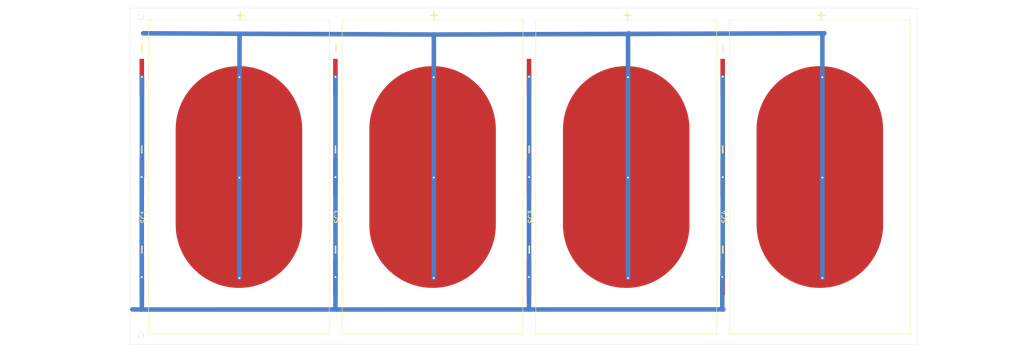
<source format=kicad_pcb>
(kicad_pcb (version 20171130) (host pcbnew "(5.1.5)-3")

  (general
    (thickness 1.6)
    (drawings 8)
    (tracks 73)
    (zones 0)
    (modules 6)
    (nets 3)
  )

  (page A4)
  (layers
    (0 F.Cu signal)
    (31 B.Cu signal)
    (32 B.Adhes user)
    (33 F.Adhes user)
    (34 B.Paste user)
    (35 F.Paste user)
    (36 B.SilkS user)
    (37 F.SilkS user)
    (38 B.Mask user)
    (39 F.Mask user)
    (40 Dwgs.User user)
    (41 Cmts.User user)
    (42 Eco1.User user)
    (43 Eco2.User user)
    (44 Edge.Cuts user)
    (45 Margin user)
    (46 B.CrtYd user)
    (47 F.CrtYd user hide)
    (48 B.Fab user)
    (49 F.Fab user)
  )

  (setup
    (last_trace_width 0.25)
    (user_trace_width 1)
    (trace_clearance 0.2)
    (zone_clearance 0.508)
    (zone_45_only no)
    (trace_min 0.2)
    (via_size 0.8)
    (via_drill 0.4)
    (via_min_size 0.4)
    (via_min_drill 0.3)
    (uvia_size 0.3)
    (uvia_drill 0.1)
    (uvias_allowed no)
    (uvia_min_size 0.2)
    (uvia_min_drill 0.1)
    (edge_width 0.05)
    (segment_width 0.2)
    (pcb_text_width 0.3)
    (pcb_text_size 1.5 1.5)
    (mod_edge_width 0.12)
    (mod_text_size 1 1)
    (mod_text_width 0.15)
    (pad_size 1.2 1.2)
    (pad_drill 1.2)
    (pad_to_mask_clearance 0.051)
    (solder_mask_min_width 0.25)
    (aux_axis_origin 0 0)
    (visible_elements 7FFFFFFF)
    (pcbplotparams
      (layerselection 0x010fc_ffffffff)
      (usegerberextensions false)
      (usegerberattributes false)
      (usegerberadvancedattributes false)
      (creategerberjobfile false)
      (excludeedgelayer true)
      (linewidth 0.100000)
      (plotframeref false)
      (viasonmask false)
      (mode 1)
      (useauxorigin false)
      (hpglpennumber 1)
      (hpglpenspeed 20)
      (hpglpendiameter 15.000000)
      (psnegative false)
      (psa4output false)
      (plotreference true)
      (plotvalue true)
      (plotinvisibletext false)
      (padsonsilk false)
      (subtractmaskfromsilk false)
      (outputformat 1)
      (mirror false)
      (drillshape 1)
      (scaleselection 1)
      (outputdirectory ""))
  )

  (net 0 "")
  (net 1 +)
  (net 2 -)

  (net_class Default "This is the default net class."
    (clearance 0.2)
    (trace_width 0.25)
    (via_dia 0.8)
    (via_drill 0.4)
    (uvia_dia 0.3)
    (uvia_drill 0.1)
    (add_net +)
    (add_net -)
  )

  (module Solar-Wing:ThroughHole_1.2mm (layer F.Cu) (tedit 5EC973A5) (tstamp 5EC9CB4B)
    (at 65.5 125)
    (fp_text reference REF** (at 0.54 4.54) (layer F.SilkS) hide
      (effects (font (size 1 1) (thickness 0.15)))
    )
    (fp_text value ThroughHole_1.2mm (at -0.1778 3.27) (layer F.Fab)
      (effects (font (size 1 1) (thickness 0.15)))
    )
    (fp_circle (center 0 0) (end 1.1176 0) (layer F.CrtYd) (width 0.12))
    (pad "" thru_hole circle (at 0 0) (size 1.2 1.2) (drill 1.2) (layers *.Cu *.Mask))
  )

  (module Solar-Wing:ThroughHole_1.2mm (layer F.Cu) (tedit 5EC973A5) (tstamp 5EC9CAA0)
    (at 65.5 55)
    (fp_text reference REF** (at -0.095 -4.2) (layer F.SilkS) hide
      (effects (font (size 1 1) (thickness 0.15)))
    )
    (fp_text value ThroughHole_1.2mm (at 0 -2.93) (layer F.Fab)
      (effects (font (size 1 1) (thickness 0.15)))
    )
    (fp_circle (center 0 0) (end 1.1176 0) (layer F.CrtYd) (width 0.12))
    (pad "" thru_hole circle (at 0 0) (size 1.2 1.2) (drill 1.2) (layers *.Cu *.Mask))
  )

  (module "Solar-Wing:XTJ Prime" (layer F.Cu) (tedit 5ED3EF02) (tstamp 5ECB1D8F)
    (at 86.995 90.17 90)
    (path /5EBED8BF)
    (fp_text reference SC1 (at -8.763 -20.9804 90) (layer F.SilkS)
      (effects (font (size 1 1) (thickness 0.15)))
    )
    (fp_text value Solar_Cell (at 0.3302 24.4094 90) (layer F.Fab)
      (effects (font (size 1 1) (thickness 0.15)))
    )
    (fp_line (start -34.5694 -19.8628) (end 34.5694 -19.8628) (layer F.SilkS) (width 0.12))
    (fp_line (start -34.5694 19.8628) (end -34.5694 -19.8628) (layer F.SilkS) (width 0.12))
    (fp_line (start 34.5694 19.8628) (end -34.5694 19.8628) (layer F.SilkS) (width 0.12))
    (fp_line (start 34.5694 -19.8628) (end 34.5694 19.8628) (layer F.SilkS) (width 0.12))
    (fp_text user + (at 35.5854 0.127 90) (layer F.SilkS)
      (effects (font (size 2 2) (thickness 0.3)))
    )
    (fp_text user - (at 28.3464 -21.3868 90) (layer F.SilkS)
      (effects (font (size 2 2) (thickness 0.3)))
    )
    (fp_text user - (at 6.0706 -21.4884 90) (layer F.SilkS)
      (effects (font (size 2 2) (thickness 0.3)))
    )
    (fp_text user - (at -15.9766 -21.463 90) (layer F.SilkS)
      (effects (font (size 2 2) (thickness 0.3)))
    )
    (fp_line (start -22.0218 -20.8534) (end -22.0218 -19.8628) (layer F.Fab) (width 0.3))
    (fp_line (start 0 -20.8534) (end 0 -19.8628) (layer F.Fab) (width 0.3))
    (fp_line (start 22.0218 -20.8534) (end 22.0218 -19.8628) (layer F.Fab) (width 0.3))
    (fp_line (start -34.8488 20.0406) (end 34.9758 20.0406) (layer F.CrtYd) (width 0.12))
    (fp_line (start -34.8488 -22.1046) (end -34.8488 20.0406) (layer F.CrtYd) (width 0.12))
    (fp_line (start 34.9758 -22.1046) (end 34.9758 20.0406) (layer F.CrtYd) (width 0.12))
    (fp_line (start -34.8488 -22.1046) (end 34.9758 -22.1046) (layer F.CrtYd) (width 0.12))
    (pad 2 smd rect (at -22 -21.35 90) (size 8 1) (layers F.Cu F.Paste F.Mask)
      (net 2 -))
    (pad 2 smd rect (at 22 -21.35 90) (size 8 1) (layers F.Cu F.Paste F.Mask)
      (net 2 -))
    (pad 2 smd rect (at 0 -21.35 90) (size 8 1) (layers F.Cu F.Paste F.Mask)
      (net 2 -))
    (pad 1 smd oval (at 0 0 90) (size 48.8 27.8) (layers F.Cu F.Paste F.Mask)
      (net 1 +))
  )

  (module "Solar-Wing:XTJ Prime" (layer F.Cu) (tedit 5ED3EF02) (tstamp 5ECB1DA2)
    (at 129.54 90.17 90)
    (path /5EBEE3D1)
    (fp_text reference SC2 (at -8.763 -20.9804 90) (layer F.SilkS)
      (effects (font (size 1 1) (thickness 0.15)))
    )
    (fp_text value Solar_Cell (at 0.3302 24.4094 90) (layer F.Fab)
      (effects (font (size 1 1) (thickness 0.15)))
    )
    (fp_line (start -34.5694 -19.8628) (end 34.5694 -19.8628) (layer F.SilkS) (width 0.12))
    (fp_line (start -34.5694 19.8628) (end -34.5694 -19.8628) (layer F.SilkS) (width 0.12))
    (fp_line (start 34.5694 19.8628) (end -34.5694 19.8628) (layer F.SilkS) (width 0.12))
    (fp_line (start 34.5694 -19.8628) (end 34.5694 19.8628) (layer F.SilkS) (width 0.12))
    (fp_text user + (at 35.5854 0.127 90) (layer F.SilkS)
      (effects (font (size 2 2) (thickness 0.3)))
    )
    (fp_text user - (at 28.3464 -21.3868 90) (layer F.SilkS)
      (effects (font (size 2 2) (thickness 0.3)))
    )
    (fp_text user - (at 6.0706 -21.4884 90) (layer F.SilkS)
      (effects (font (size 2 2) (thickness 0.3)))
    )
    (fp_text user - (at -15.9766 -21.463 90) (layer F.SilkS)
      (effects (font (size 2 2) (thickness 0.3)))
    )
    (fp_line (start -22.0218 -20.8534) (end -22.0218 -19.8628) (layer F.Fab) (width 0.3))
    (fp_line (start 0 -20.8534) (end 0 -19.8628) (layer F.Fab) (width 0.3))
    (fp_line (start 22.0218 -20.8534) (end 22.0218 -19.8628) (layer F.Fab) (width 0.3))
    (fp_line (start -34.8488 20.0406) (end 34.9758 20.0406) (layer F.CrtYd) (width 0.12))
    (fp_line (start -34.8488 -22.1046) (end -34.8488 20.0406) (layer F.CrtYd) (width 0.12))
    (fp_line (start 34.9758 -22.1046) (end 34.9758 20.0406) (layer F.CrtYd) (width 0.12))
    (fp_line (start -34.8488 -22.1046) (end 34.9758 -22.1046) (layer F.CrtYd) (width 0.12))
    (pad 2 smd rect (at -22 -21.35 90) (size 8 1) (layers F.Cu F.Paste F.Mask)
      (net 2 -))
    (pad 2 smd rect (at 22 -21.35 90) (size 8 1) (layers F.Cu F.Paste F.Mask)
      (net 2 -))
    (pad 2 smd rect (at 0 -21.35 90) (size 8 1) (layers F.Cu F.Paste F.Mask)
      (net 2 -))
    (pad 1 smd oval (at 0 0 90) (size 48.8 27.8) (layers F.Cu F.Paste F.Mask)
      (net 1 +))
  )

  (module "Solar-Wing:XTJ Prime" (layer F.Cu) (tedit 5ED3EF02) (tstamp 5ECB1DB5)
    (at 172.085 90.17 90)
    (path /5EBEEA01)
    (fp_text reference SC3 (at -8.763 -20.9804 90) (layer F.SilkS)
      (effects (font (size 1 1) (thickness 0.15)))
    )
    (fp_text value Solar_Cell (at 0.3302 24.4094 90) (layer F.Fab)
      (effects (font (size 1 1) (thickness 0.15)))
    )
    (fp_line (start -34.5694 -19.8628) (end 34.5694 -19.8628) (layer F.SilkS) (width 0.12))
    (fp_line (start -34.5694 19.8628) (end -34.5694 -19.8628) (layer F.SilkS) (width 0.12))
    (fp_line (start 34.5694 19.8628) (end -34.5694 19.8628) (layer F.SilkS) (width 0.12))
    (fp_line (start 34.5694 -19.8628) (end 34.5694 19.8628) (layer F.SilkS) (width 0.12))
    (fp_text user + (at 35.5854 0.127 90) (layer F.SilkS)
      (effects (font (size 2 2) (thickness 0.3)))
    )
    (fp_text user - (at -15.9766 -21.463 90) (layer F.SilkS)
      (effects (font (size 2 2) (thickness 0.3)))
    )
    (fp_text user - (at 6.0706 -21.4884 90) (layer F.SilkS)
      (effects (font (size 2 2) (thickness 0.3)))
    )
    (fp_text user - (at -15.9766 -21.463 90) (layer F.SilkS)
      (effects (font (size 2 2) (thickness 0.3)))
    )
    (fp_line (start -22.0218 -20.8534) (end -22.0218 -19.8628) (layer F.Fab) (width 0.3))
    (fp_line (start 0 -20.8534) (end 0 -19.8628) (layer F.Fab) (width 0.3))
    (fp_line (start 22.0218 -20.8534) (end 22.0218 -19.8628) (layer F.Fab) (width 0.3))
    (fp_line (start -34.8488 20.0406) (end 34.9758 20.0406) (layer F.CrtYd) (width 0.12))
    (fp_line (start -34.8488 -22.1046) (end -34.8488 20.0406) (layer F.CrtYd) (width 0.12))
    (fp_line (start 34.9758 -22.1046) (end 34.9758 20.0406) (layer F.CrtYd) (width 0.12))
    (fp_line (start -34.8488 -22.1046) (end 34.9758 -22.1046) (layer F.CrtYd) (width 0.12))
    (pad 2 smd rect (at -22 -21.35 90) (size 8 1) (layers F.Cu F.Paste F.Mask)
      (net 2 -))
    (pad 2 smd rect (at 22 -21.35 90) (size 8 1) (layers F.Cu F.Paste F.Mask)
      (net 2 -))
    (pad 2 smd rect (at 0 -21.35 90) (size 8 1) (layers F.Cu F.Paste F.Mask)
      (net 2 -))
    (pad 1 smd oval (at 0 0 90) (size 48.8 27.8) (layers F.Cu F.Paste F.Mask)
      (net 1 +))
  )

  (module "Solar-Wing:XTJ Prime" (layer F.Cu) (tedit 5ED3EF02) (tstamp 5ECB1DC8)
    (at 214.63 90.17 90)
    (path /5EC9788E)
    (fp_text reference SC4 (at -8.763 -20.9804 90) (layer F.SilkS)
      (effects (font (size 1 1) (thickness 0.15)))
    )
    (fp_text value Solar_Cell (at 0.3302 24.4094 90) (layer F.Fab)
      (effects (font (size 1 1) (thickness 0.15)))
    )
    (fp_line (start -34.5694 -19.8628) (end 34.5694 -19.8628) (layer F.SilkS) (width 0.12))
    (fp_line (start -34.5694 19.8628) (end -34.5694 -19.8628) (layer F.SilkS) (width 0.12))
    (fp_line (start 34.5694 19.8628) (end -34.5694 19.8628) (layer F.SilkS) (width 0.12))
    (fp_line (start 34.5694 -19.8628) (end 34.5694 19.8628) (layer F.SilkS) (width 0.12))
    (fp_text user + (at 35.5854 0.127 90) (layer F.SilkS)
      (effects (font (size 2 2) (thickness 0.3)))
    )
    (fp_text user - (at 28.3464 -21.3868 90) (layer F.SilkS)
      (effects (font (size 2 2) (thickness 0.3)))
    )
    (fp_text user - (at 6.0706 -21.4884 90) (layer F.SilkS)
      (effects (font (size 2 2) (thickness 0.3)))
    )
    (fp_text user - (at -15.9766 -21.463 90) (layer F.SilkS)
      (effects (font (size 2 2) (thickness 0.3)))
    )
    (fp_line (start -22.0218 -20.8534) (end -22.0218 -19.8628) (layer F.Fab) (width 0.3))
    (fp_line (start 0 -20.8534) (end 0 -19.8628) (layer F.Fab) (width 0.3))
    (fp_line (start 22.0218 -20.8534) (end 22.0218 -19.8628) (layer F.Fab) (width 0.3))
    (fp_line (start -34.8488 20.0406) (end 34.9758 20.0406) (layer F.CrtYd) (width 0.12))
    (fp_line (start -34.8488 -22.1046) (end -34.8488 20.0406) (layer F.CrtYd) (width 0.12))
    (fp_line (start 34.9758 -22.1046) (end 34.9758 20.0406) (layer F.CrtYd) (width 0.12))
    (fp_line (start -34.8488 -22.1046) (end 34.9758 -22.1046) (layer F.CrtYd) (width 0.12))
    (pad 2 smd rect (at -22 -21.35 90) (size 8 1) (layers F.Cu F.Paste F.Mask)
      (net 2 -))
    (pad 2 smd rect (at 22 -21.35 90) (size 8 1) (layers F.Cu F.Paste F.Mask)
      (net 2 -))
    (pad 2 smd rect (at 0 -21.35 90) (size 8 1) (layers F.Cu F.Paste F.Mask)
      (net 2 -))
    (pad 1 smd oval (at 0 0 90) (size 48.8 27.8) (layers F.Cu F.Paste F.Mask)
      (net 1 +))
  )

  (gr_text "Negative Trace" (at 50.927 119.0498) (layer Cmts.User) (tstamp 5ECB2957)
    (effects (font (size 2 2) (thickness 0.3)))
  )
  (gr_text "Positive Trace" (at 50.7746 58.801) (layer Cmts.User)
    (effects (font (size 2 2) (thickness 0.3)))
  )
  (gr_line (start 63 53) (end 236 53) (layer Edge.Cuts) (width 0.05) (tstamp 5EC9CA45))
  (gr_text Bottom (at 255.27 87.63 90) (layer Cmts.User) (tstamp 5EC96D8A)
    (effects (font (size 5 5) (thickness 0.75)))
  )
  (gr_text Top (at 38.735 87.63 90) (layer Cmts.User)
    (effects (font (size 5 5) (thickness 0.75)))
  )
  (gr_line (start 236 53) (end 236 127) (layer Edge.Cuts) (width 0.05) (tstamp 5EC96D27))
  (gr_line (start 63 53) (end 63 127) (layer Edge.Cuts) (width 0.05) (tstamp 5EC96D20))
  (gr_line (start 63 127) (end 236 127) (layer Edge.Cuts) (width 0.05))

  (via (at 215.1888 112.395) (size 0.8) (drill 0.4) (layers F.Cu B.Cu) (net 1))
  (via (at 215.1888 68.199) (size 0.8) (drill 0.4) (layers F.Cu B.Cu) (net 1))
  (via (at 172.4914 68.199) (size 0.8) (drill 0.4) (layers F.Cu B.Cu) (net 1))
  (via (at 172.4914 112.395) (size 0.8) (drill 0.4) (layers F.Cu B.Cu) (net 1))
  (via (at 87.0966 112.395) (size 0.8) (drill 0.4) (layers F.Cu B.Cu) (net 1))
  (via (at 87.0966 68.199) (size 0.8) (drill 0.4) (layers F.Cu B.Cu) (net 1))
  (via (at 87.0966 90.297) (size 0.8) (drill 0.4) (layers F.Cu B.Cu) (net 1))
  (via (at 215.1888 90.297) (size 0.8) (drill 0.4) (layers F.Cu B.Cu) (net 1))
  (via (at 172.4914 90.297) (size 0.8) (drill 0.4) (layers F.Cu B.Cu) (net 1))
  (via (at 129.794 112.395) (size 0.8) (drill 0.4) (layers F.Cu B.Cu) (net 1))
  (via (at 129.794 68.199) (size 0.8) (drill 0.4) (layers F.Cu B.Cu) (net 1))
  (via (at 129.794 90.297) (size 0.8) (drill 0.4) (layers F.Cu B.Cu) (net 1))
  (segment (start 87.0966 89.731315) (end 87.0966 68.199) (width 1) (layer B.Cu) (net 1))
  (segment (start 87.0966 89.731315) (end 87.0966 90.297) (width 0.25) (layer B.Cu) (net 1))
  (segment (start 87.0966 89.731315) (end 87.0966 112.395) (width 1) (layer B.Cu) (net 1))
  (segment (start 129.794 90.862685) (end 129.794 112.395) (width 1) (layer B.Cu) (net 1))
  (segment (start 129.794 90.297) (end 129.794 90.862685) (width 1) (layer B.Cu) (net 1))
  (segment (start 172.4914 68.199) (end 172.4914 90.297) (width 1) (layer B.Cu) (net 1))
  (segment (start 172.4914 90.862685) (end 172.4914 112.395) (width 1) (layer B.Cu) (net 1))
  (segment (start 172.4914 90.297) (end 172.4914 90.862685) (width 1) (layer B.Cu) (net 1))
  (segment (start 129.794 90.297) (end 129.794 68.199) (width 1) (layer B.Cu) (net 1))
  (segment (start 215.1888 112.395) (end 215.1888 90.297) (width 1) (layer B.Cu) (net 1))
  (segment (start 215.1888 90.297) (end 215.1888 68.199) (width 1) (layer B.Cu) (net 1))
  (segment (start 172.4914 58.674) (end 172.6184 58.547) (width 1) (layer B.Cu) (net 1))
  (segment (start 172.4914 68.199) (end 172.4914 58.674) (width 1) (layer B.Cu) (net 1))
  (segment (start 215.1888 58.9766) (end 215.6184 58.547) (width 1) (layer B.Cu) (net 1))
  (segment (start 215.1888 68.199) (end 215.1888 58.9766) (width 1) (layer B.Cu) (net 1))
  (segment (start 129.794 68.199) (end 129.794 67.633315) (width 1) (layer B.Cu) (net 1))
  (segment (start 129.794 67.633315) (end 129.8194 67.607915) (width 1) (layer B.Cu) (net 1))
  (segment (start 129.8194 67.607915) (end 129.8194 58.8264) (width 1) (layer B.Cu) (net 1))
  (segment (start 129.8194 58.8264) (end 215.6184 58.547) (width 1) (layer B.Cu) (net 1))
  (segment (start 87.122 67.607915) (end 87.122 58.6486) (width 1) (layer B.Cu) (net 1))
  (segment (start 87.0966 67.633315) (end 87.122 67.607915) (width 1) (layer B.Cu) (net 1))
  (segment (start 87.0966 68.199) (end 87.0966 67.633315) (width 1) (layer B.Cu) (net 1))
  (segment (start 65.9384 58.547) (end 87.122 58.6486) (width 1) (layer B.Cu) (net 1))
  (segment (start 87.122 58.6486) (end 129.8194 58.8264) (width 1) (layer B.Cu) (net 1))
  (via (at 65.659 112.1918) (size 0.8) (drill 0.4) (layers F.Cu B.Cu) (net 2))
  (via (at 193.294 68.1228) (size 0.8) (drill 0.4) (layers F.Cu B.Cu) (net 2))
  (via (at 193.294 90.1954) (size 0.8) (drill 0.4) (layers F.Cu B.Cu) (net 2))
  (via (at 193.1924 112.1664) (size 0.8) (drill 0.4) (layers F.Cu B.Cu) (net 2))
  (via (at 150.7236 112.1664) (size 0.8) (drill 0.4) (layers F.Cu B.Cu) (net 2))
  (via (at 150.749 68.1228) (size 0.8) (drill 0.4) (layers F.Cu B.Cu) (net 2))
  (via (at 150.749 90.17) (size 0.8) (drill 0.4) (layers F.Cu B.Cu) (net 2))
  (via (at 65.6336 90.17) (size 0.8) (drill 0.4) (layers F.Cu B.Cu) (net 2))
  (via (at 65.6844 68.1736) (size 0.8) (drill 0.4) (layers F.Cu B.Cu) (net 2))
  (via (at 108.204 112.1918) (size 0.8) (drill 0.4) (layers F.Cu B.Cu) (net 2))
  (via (at 108.204 68.1482) (size 0.8) (drill 0.4) (layers F.Cu B.Cu) (net 2))
  (via (at 108.204 90.1954) (size 0.8) (drill 0.4) (layers F.Cu B.Cu) (net 2))
  (segment (start 65.6844 90.1192) (end 65.6336 90.17) (width 0.25) (layer B.Cu) (net 2))
  (segment (start 65.6844 68.1736) (end 65.6844 90.1192) (width 1) (layer B.Cu) (net 2))
  (segment (start 65.6336 112.1664) (end 65.659 112.1918) (width 0.25) (layer B.Cu) (net 2))
  (segment (start 65.6336 90.17) (end 65.6336 112.1664) (width 1) (layer B.Cu) (net 2))
  (segment (start 193.294 68.1228) (end 193.294 90.1954) (width 1) (layer B.Cu) (net 2))
  (segment (start 193.294 112.0648) (end 193.1924 112.1664) (width 1) (layer B.Cu) (net 2))
  (segment (start 193.294 90.1954) (end 193.294 112.0648) (width 1) (layer B.Cu) (net 2))
  (segment (start 63.5762 119.3038) (end 65.5066 119.3292) (width 1) (layer B.Cu) (net 2))
  (segment (start 65.659 119.1768) (end 65.5066 119.3292) (width 0.25) (layer B.Cu) (net 2))
  (segment (start 65.659 112.1918) (end 65.659 119.1768) (width 1) (layer B.Cu) (net 2))
  (segment (start 108.204 119.0498) (end 108.204 112.1918) (width 1) (layer B.Cu) (net 2))
  (segment (start 108.474868 119.320668) (end 108.204 119.0498) (width 1) (layer B.Cu) (net 2))
  (segment (start 65.5066 119.3292) (end 108.474868 119.320668) (width 1) (layer B.Cu) (net 2))
  (segment (start 108.204 111.626115) (end 108.204 90.1954) (width 1) (layer B.Cu) (net 2))
  (segment (start 108.204 112.1918) (end 108.204 111.626115) (width 1) (layer B.Cu) (net 2))
  (segment (start 108.204 90.1954) (end 108.204 68.1482) (width 1) (layer B.Cu) (net 2))
  (segment (start 150.7236 119.2276) (end 150.7236 112.1664) (width 1) (layer B.Cu) (net 2))
  (segment (start 150.638905 119.312295) (end 150.7236 119.2276) (width 1) (layer B.Cu) (net 2))
  (segment (start 150.638905 119.312295) (end 193.421 119.3038) (width 1) (layer B.Cu) (net 2))
  (segment (start 108.474868 119.320668) (end 150.638905 119.312295) (width 1) (layer B.Cu) (net 2))
  (segment (start 150.7236 90.1954) (end 150.749 90.17) (width 1) (layer B.Cu) (net 2))
  (segment (start 150.7236 112.1664) (end 150.7236 90.1954) (width 1) (layer B.Cu) (net 2))
  (segment (start 150.749 90.17) (end 150.749 68.1228) (width 1) (layer B.Cu) (net 2))
  (segment (start 193.1924 119.0752) (end 193.1924 112.1664) (width 1) (layer B.Cu) (net 2))
  (segment (start 193.421 119.3038) (end 193.1924 119.0752) (width 1) (layer B.Cu) (net 2))

)

</source>
